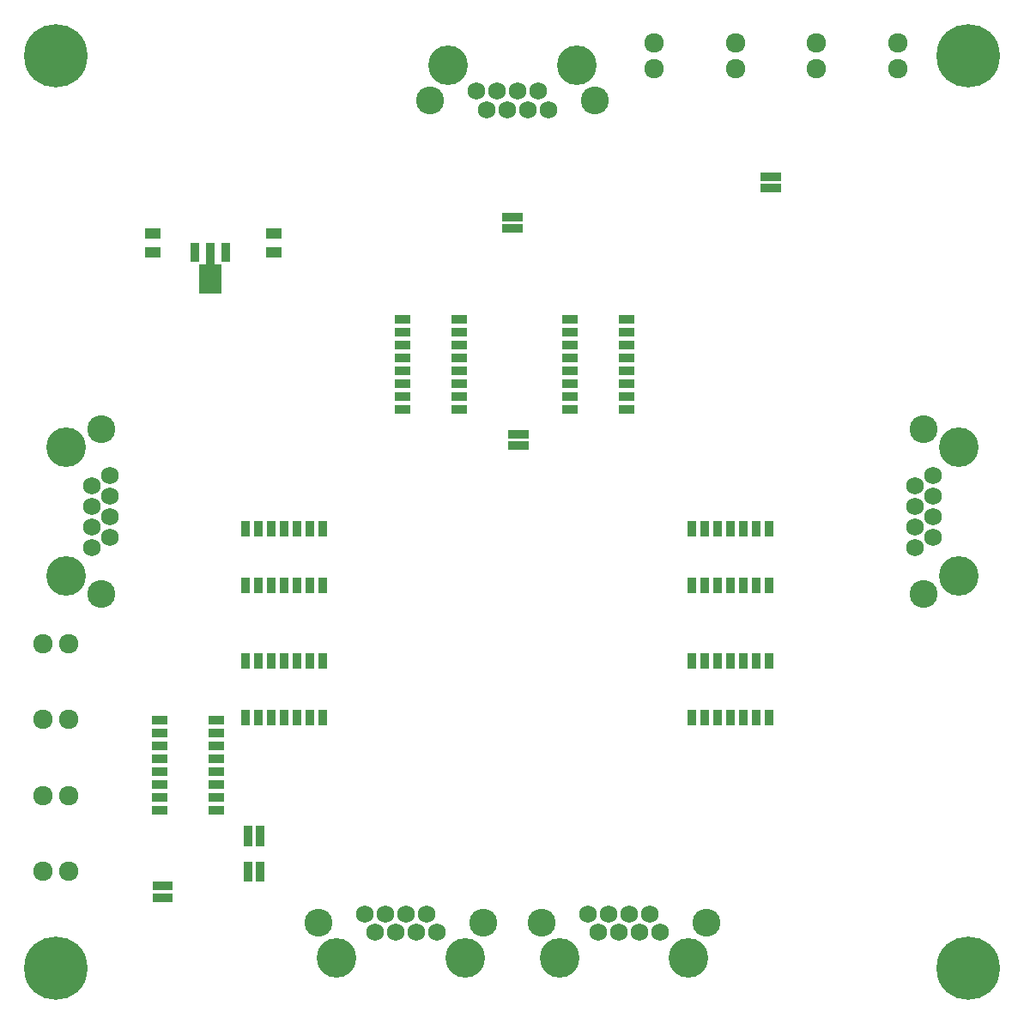
<source format=gts>
G04 (created by PCBNEW (2013-07-07 BZR 4022)-stable) date 9/18/2013 12:44:27*
%MOIN*%
G04 Gerber Fmt 3.4, Leading zero omitted, Abs format*
%FSLAX34Y34*%
G01*
G70*
G90*
G04 APERTURE LIST*
%ADD10C,0.00590551*%
%ADD11C,0.153543*%
%ADD12C,0.0689425*%
%ADD13C,0.108268*%
%ADD14R,0.0598425X0.0348425*%
%ADD15R,0.0348425X0.0598425*%
%ADD16C,0.0758425*%
%ADD17R,0.0354425X0.0216425*%
%ADD18R,0.0216425X0.0354425*%
%ADD19C,0.246063*%
%ADD20R,0.0648425X0.0448425*%
%ADD21R,0.0374425X0.0728425*%
%ADD22R,0.0374425X0.0925425*%
%ADD23R,0.0885425X0.118143*%
G04 APERTURE END LIST*
G54D10*
G54D11*
X26515Y-44881D03*
X21515Y-44881D03*
G54D12*
X25421Y-43881D03*
X25019Y-43181D03*
X24618Y-43881D03*
X24216Y-43181D03*
X23814Y-43881D03*
X23413Y-43181D03*
X23011Y-43881D03*
X22610Y-43181D03*
G54D13*
X27216Y-43531D03*
X20814Y-43531D03*
G54D11*
X45669Y-25059D03*
X45669Y-30059D03*
G54D12*
X44669Y-26153D03*
X43968Y-26555D03*
X44669Y-26956D03*
X43968Y-27358D03*
X44669Y-27759D03*
X43968Y-28161D03*
X44669Y-28562D03*
X43968Y-28964D03*
G54D13*
X44318Y-24358D03*
X44318Y-30759D03*
G54D11*
X11023Y-30059D03*
X11023Y-25059D03*
G54D12*
X12023Y-28964D03*
X12724Y-28562D03*
X12023Y-28161D03*
X12724Y-27759D03*
X12023Y-27358D03*
X12724Y-26956D03*
X12023Y-26555D03*
X12724Y-26153D03*
G54D13*
X12374Y-30759D03*
X12374Y-24358D03*
G54D11*
X25846Y-10236D03*
X30846Y-10236D03*
G54D12*
X26940Y-11236D03*
X27342Y-11937D03*
X27744Y-11236D03*
X28145Y-11937D03*
X28547Y-11236D03*
X28948Y-11937D03*
X29350Y-11236D03*
X29751Y-11937D03*
G54D13*
X25145Y-11586D03*
X31547Y-11586D03*
G54D11*
X35177Y-44881D03*
X30177Y-44881D03*
G54D12*
X34082Y-43881D03*
X33681Y-43181D03*
X33279Y-43881D03*
X32877Y-43181D03*
X32476Y-43881D03*
X32074Y-43181D03*
X31673Y-43881D03*
X31271Y-43181D03*
G54D13*
X35877Y-43531D03*
X29476Y-43531D03*
G54D14*
X24096Y-20100D03*
X24096Y-20600D03*
X24096Y-21100D03*
X24096Y-21600D03*
X24096Y-22100D03*
X24096Y-22600D03*
X24096Y-23100D03*
X24096Y-23600D03*
X26296Y-23600D03*
X26296Y-23100D03*
X26296Y-22600D03*
X26296Y-22100D03*
X26296Y-21600D03*
X26296Y-21100D03*
X26296Y-20600D03*
X26296Y-20100D03*
X30592Y-20100D03*
X30592Y-20600D03*
X30592Y-21100D03*
X30592Y-21600D03*
X30592Y-22100D03*
X30592Y-22600D03*
X30592Y-23100D03*
X30592Y-23600D03*
X32792Y-23600D03*
X32792Y-23100D03*
X32792Y-22600D03*
X32792Y-22100D03*
X32792Y-21600D03*
X32792Y-21100D03*
X32792Y-20600D03*
X32792Y-20100D03*
G54D15*
X35311Y-35548D03*
X35811Y-35548D03*
X36311Y-35548D03*
X36811Y-35548D03*
X37311Y-35548D03*
X37811Y-35548D03*
X38311Y-35548D03*
X38311Y-33348D03*
X37811Y-33348D03*
X37311Y-33348D03*
X36811Y-33348D03*
X36311Y-33348D03*
X35811Y-33348D03*
X35311Y-33348D03*
X17988Y-30430D03*
X18488Y-30430D03*
X18988Y-30430D03*
X19488Y-30430D03*
X19988Y-30430D03*
X20488Y-30430D03*
X20988Y-30430D03*
X20988Y-28230D03*
X20488Y-28230D03*
X19988Y-28230D03*
X19488Y-28230D03*
X18988Y-28230D03*
X18488Y-28230D03*
X17988Y-28230D03*
X20988Y-33348D03*
X20488Y-33348D03*
X19988Y-33348D03*
X19488Y-33348D03*
X18988Y-33348D03*
X18488Y-33348D03*
X17988Y-33348D03*
X17988Y-35548D03*
X18488Y-35548D03*
X18988Y-35548D03*
X19488Y-35548D03*
X19988Y-35548D03*
X20488Y-35548D03*
X20988Y-35548D03*
X35311Y-30430D03*
X35811Y-30430D03*
X36311Y-30430D03*
X36811Y-30430D03*
X37311Y-30430D03*
X37811Y-30430D03*
X38311Y-30430D03*
X38311Y-28230D03*
X37811Y-28230D03*
X37311Y-28230D03*
X36811Y-28230D03*
X36311Y-28230D03*
X35811Y-28230D03*
X35311Y-28230D03*
G54D16*
X33858Y-10342D03*
X33858Y-9342D03*
X37007Y-10342D03*
X37007Y-9342D03*
X40157Y-10342D03*
X40157Y-9342D03*
X43307Y-10342D03*
X43307Y-9342D03*
G54D17*
X18535Y-41830D03*
X18535Y-41633D03*
X18535Y-41436D03*
X18535Y-41239D03*
X18082Y-41239D03*
X18082Y-41436D03*
X18082Y-41633D03*
X18082Y-41830D03*
X18535Y-40452D03*
X18535Y-40255D03*
X18535Y-40058D03*
X18535Y-39861D03*
X18082Y-39861D03*
X18082Y-40058D03*
X18082Y-40255D03*
X18082Y-40452D03*
G54D18*
X38090Y-14991D03*
X38287Y-14991D03*
X38484Y-14991D03*
X38681Y-14991D03*
X38681Y-14538D03*
X38484Y-14538D03*
X38287Y-14538D03*
X38090Y-14538D03*
X28051Y-16566D03*
X28248Y-16566D03*
X28445Y-16566D03*
X28642Y-16566D03*
X28642Y-16113D03*
X28445Y-16113D03*
X28248Y-16113D03*
X28051Y-16113D03*
G54D19*
X10629Y-9842D03*
X46062Y-9842D03*
X46062Y-45275D03*
X10629Y-45275D03*
G54D18*
X14468Y-42550D03*
X14665Y-42550D03*
X14862Y-42550D03*
X15059Y-42550D03*
X15059Y-42097D03*
X14862Y-42097D03*
X14665Y-42097D03*
X14468Y-42097D03*
G54D14*
X14648Y-35651D03*
X14648Y-36151D03*
X14648Y-36651D03*
X14648Y-37151D03*
X14648Y-37651D03*
X14648Y-38151D03*
X14648Y-38651D03*
X14648Y-39151D03*
X16848Y-39151D03*
X16848Y-38651D03*
X16848Y-38151D03*
X16848Y-37651D03*
X16848Y-37151D03*
X16848Y-36651D03*
X16848Y-36151D03*
X16848Y-35651D03*
G54D16*
X10129Y-32677D03*
X11129Y-32677D03*
X10129Y-35629D03*
X11129Y-35629D03*
X10129Y-38582D03*
X11129Y-38582D03*
X10129Y-41535D03*
X11129Y-41535D03*
G54D20*
X14370Y-17500D03*
X14370Y-16750D03*
X19094Y-17500D03*
X19094Y-16750D03*
G54D18*
X28287Y-24991D03*
X28484Y-24991D03*
X28681Y-24991D03*
X28878Y-24991D03*
X28878Y-24538D03*
X28681Y-24538D03*
X28484Y-24538D03*
X28287Y-24538D03*
G54D21*
X17205Y-17480D03*
G54D22*
X16614Y-17578D03*
G54D21*
X16023Y-17480D03*
G54D23*
X16614Y-18523D03*
M02*

</source>
